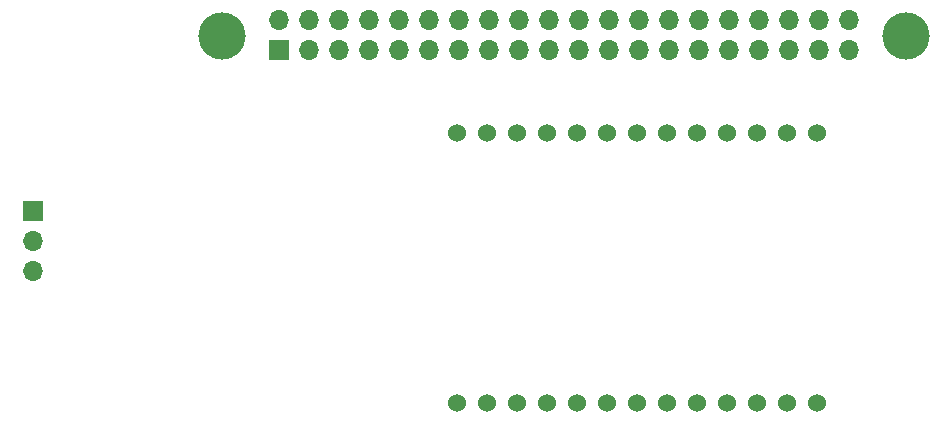
<source format=gbr>
%TF.GenerationSoftware,KiCad,Pcbnew,(7.0.0)*%
%TF.CreationDate,2023-07-17T15:36:44+02:00*%
%TF.ProjectId,SupportCoral,53757070-6f72-4744-936f-72616c2e6b69,rev?*%
%TF.SameCoordinates,Original*%
%TF.FileFunction,Copper,L2,Bot*%
%TF.FilePolarity,Positive*%
%FSLAX46Y46*%
G04 Gerber Fmt 4.6, Leading zero omitted, Abs format (unit mm)*
G04 Created by KiCad (PCBNEW (7.0.0)) date 2023-07-17 15:36:44*
%MOMM*%
%LPD*%
G01*
G04 APERTURE LIST*
%TA.AperFunction,ComponentPad*%
%ADD10R,1.700000X1.700000*%
%TD*%
%TA.AperFunction,ComponentPad*%
%ADD11O,1.700000X1.700000*%
%TD*%
%TA.AperFunction,ComponentPad*%
%ADD12C,4.000000*%
%TD*%
%TA.AperFunction,ComponentPad*%
%ADD13C,1.524000*%
%TD*%
G04 APERTURE END LIST*
D10*
%TO.P,REF\u002A\u002A,1*%
%TO.N,N/C*%
X59039999Y-57999999D03*
D11*
%TO.P,REF\u002A\u002A,2*%
%TO.N,GND*%
X59039999Y-55459999D03*
%TO.P,REF\u002A\u002A,3*%
%TO.N,Out*%
X61579999Y-57999999D03*
%TO.P,REF\u002A\u002A,4*%
%TO.N,N/C*%
X61579999Y-55459999D03*
%TO.P,REF\u002A\u002A,5*%
X64119999Y-57999999D03*
%TO.P,REF\u002A\u002A,6*%
X64119999Y-55459999D03*
%TO.P,REF\u002A\u002A,7*%
X66659999Y-57999999D03*
%TO.P,REF\u002A\u002A,8*%
X66659999Y-55459999D03*
%TO.P,REF\u002A\u002A,9*%
X69199999Y-57999999D03*
%TO.P,REF\u002A\u002A,10*%
%TO.N,RX*%
X69199999Y-55459999D03*
%TO.P,REF\u002A\u002A,11*%
%TO.N,N/C*%
X71739999Y-57999999D03*
%TO.P,REF\u002A\u002A,12*%
%TO.N,TX*%
X71739999Y-55459999D03*
%TO.P,REF\u002A\u002A,13*%
%TO.N,N/C*%
X74279999Y-57999999D03*
%TO.P,REF\u002A\u002A,14*%
X74279999Y-55459999D03*
%TO.P,REF\u002A\u002A,15*%
X76819999Y-57999999D03*
%TO.P,REF\u002A\u002A,16*%
X76819999Y-55459999D03*
%TO.P,REF\u002A\u002A,17*%
X79359999Y-57999999D03*
%TO.P,REF\u002A\u002A,18*%
X79359999Y-55459999D03*
%TO.P,REF\u002A\u002A,19*%
X81899999Y-57999999D03*
%TO.P,REF\u002A\u002A,20*%
X81899999Y-55459999D03*
%TO.P,REF\u002A\u002A,21*%
X84439999Y-57999999D03*
%TO.P,REF\u002A\u002A,22*%
X84439999Y-55459999D03*
%TO.P,REF\u002A\u002A,23*%
X86979999Y-57999999D03*
%TO.P,REF\u002A\u002A,24*%
X86979999Y-55459999D03*
%TO.P,REF\u002A\u002A,25*%
X89519999Y-57999999D03*
%TO.P,REF\u002A\u002A,26*%
X89519999Y-55459999D03*
%TO.P,REF\u002A\u002A,27*%
X92059999Y-57999999D03*
%TO.P,REF\u002A\u002A,28*%
X92059999Y-55459999D03*
%TO.P,REF\u002A\u002A,29*%
X94599999Y-57999999D03*
%TO.P,REF\u002A\u002A,30*%
X94599999Y-55459999D03*
%TO.P,REF\u002A\u002A,31*%
X97139999Y-57999999D03*
%TO.P,REF\u002A\u002A,32*%
X97139999Y-55459999D03*
%TO.P,REF\u002A\u002A,33*%
X99679999Y-57999999D03*
%TO.P,REF\u002A\u002A,34*%
X99679999Y-55459999D03*
%TO.P,REF\u002A\u002A,35*%
X102219999Y-57999999D03*
%TO.P,REF\u002A\u002A,36*%
X102219999Y-55459999D03*
%TO.P,REF\u002A\u002A,37*%
X104759999Y-57999999D03*
%TO.P,REF\u002A\u002A,38*%
X104759999Y-55459999D03*
%TO.P,REF\u002A\u002A,39*%
%TO.N,+*%
X107299999Y-57999999D03*
%TO.P,REF\u002A\u002A,40*%
%TO.N,N/C*%
X107299999Y-55459999D03*
%TD*%
D12*
%TO.P,REF\u002A\u002A,1*%
%TO.N,GND*%
X54229000Y-56769000D03*
%TD*%
%TO.P,REF\u002A\u002A,1*%
%TO.N,GND*%
X112141000Y-56769000D03*
%TD*%
D10*
%TO.P,Motion sensor,1*%
%TO.N,Out*%
X38199999Y-71599999D03*
D11*
%TO.P,Motion sensor,2*%
%TO.N,+*%
X38199999Y-74139999D03*
%TO.P,Motion sensor,3*%
%TO.N,GND*%
X38199999Y-76679999D03*
%TD*%
D13*
%TO.P,Alhora,0*%
%TO.N,N/C*%
X104600000Y-65000000D03*
%TO.P,Alhora,1*%
X102060000Y-65000000D03*
%TO.P,Alhora,2*%
X99520000Y-65000000D03*
%TO.P,Alhora,4*%
X94440000Y-65000000D03*
%TO.P,Alhora,5*%
X91900000Y-65000000D03*
%TO.P,Alhora,6*%
X89360000Y-65000000D03*
%TO.P,Alhora,7*%
X86820000Y-65000000D03*
%TO.P,Alhora,8*%
X84280000Y-65000000D03*
%TO.P,Alhora,9*%
X81740000Y-65000000D03*
%TO.P,Alhora,10*%
X79200000Y-65000000D03*
%TO.P,Alhora,11*%
X76660000Y-65000000D03*
%TO.P,Alhora,12*%
X74120000Y-65000000D03*
%TO.P,Alhora,13*%
X102060000Y-87860000D03*
X104600000Y-87860000D03*
%TO.P,Alhora,14*%
X99520000Y-87860000D03*
%TO.P,Alhora,15*%
X96980000Y-87860000D03*
%TO.P,Alhora,16*%
X94440000Y-87860000D03*
%TO.P,Alhora,19*%
X86820000Y-87860000D03*
%TO.P,Alhora,20*%
X84280000Y-87860000D03*
%TO.P,Alhora,21*%
X81740000Y-87860000D03*
%TO.P,Alhora,22*%
X79200000Y-87860000D03*
%TO.P,Alhora,23*%
X76660000Y-87860000D03*
%TO.P,Alhora,24*%
X74120000Y-87860000D03*
%TO.P,Alhora,GND*%
%TO.N,GND*%
X96980000Y-65000000D03*
%TO.P,Alhora,RX*%
%TO.N,RX*%
X91900000Y-87860000D03*
%TO.P,Alhora,TX*%
%TO.N,TX*%
X89360000Y-87860000D03*
%TD*%
M02*

</source>
